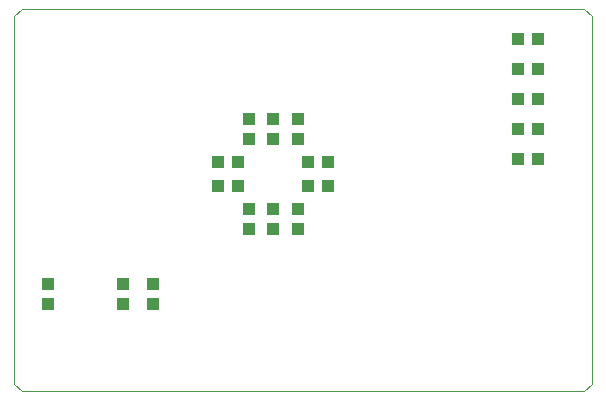
<source format=gbp>
G75*
%MOIN*%
%OFA0B0*%
%FSLAX25Y25*%
%IPPOS*%
%LPD*%
%AMOC8*
5,1,8,0,0,1.08239X$1,22.5*
%
%ADD10C,0.00000*%
%ADD11R,0.04331X0.03937*%
%ADD12R,0.03937X0.04331*%
D10*
X0007850Y0004100D02*
X0005350Y0006600D01*
X0005350Y0129100D01*
X0007850Y0131600D01*
X0195350Y0131600D01*
X0197850Y0129100D01*
X0197850Y0006600D01*
X0195350Y0004100D01*
X0007850Y0004100D01*
D11*
X0016600Y0033254D03*
X0016600Y0039946D03*
X0041600Y0039946D03*
X0041600Y0033254D03*
X0051600Y0033254D03*
X0051600Y0039946D03*
X0073254Y0072538D03*
X0079946Y0072538D03*
X0079946Y0080663D03*
X0073254Y0080663D03*
X0103254Y0080663D03*
X0109946Y0080663D03*
X0109946Y0072538D03*
X0103254Y0072538D03*
X0173254Y0081600D03*
X0179946Y0081600D03*
X0179946Y0091600D03*
X0173254Y0091600D03*
X0173254Y0101600D03*
X0179946Y0101600D03*
X0179946Y0111600D03*
X0173254Y0111600D03*
X0173254Y0121600D03*
X0179946Y0121600D03*
D12*
X0099725Y0094946D03*
X0091600Y0094946D03*
X0083475Y0094946D03*
X0083475Y0088254D03*
X0091600Y0088254D03*
X0099725Y0088254D03*
X0099725Y0064946D03*
X0099725Y0058254D03*
X0091600Y0058254D03*
X0091600Y0064946D03*
X0083475Y0064946D03*
X0083475Y0058254D03*
M02*

</source>
